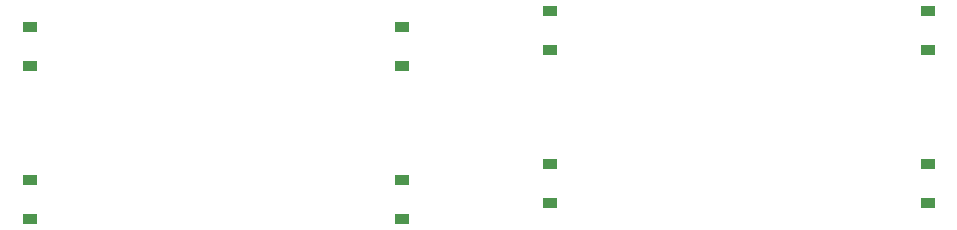
<source format=gbp>
%TF.GenerationSoftware,KiCad,Pcbnew,5.1.10-1.fc34*%
%TF.CreationDate,2021-06-27T19:23:10+03:00*%
%TF.ProjectId,poc,706f632e-6b69-4636-9164-5f7063625858,rev?*%
%TF.SameCoordinates,Original*%
%TF.FileFunction,Paste,Bot*%
%TF.FilePolarity,Positive*%
%FSLAX46Y46*%
G04 Gerber Fmt 4.6, Leading zero omitted, Abs format (unit mm)*
G04 Created by KiCad (PCBNEW 5.1.10-1.fc34) date 2021-06-27 19:23:10*
%MOMM*%
%LPD*%
G01*
G04 APERTURE LIST*
%ADD10R,1.200000X0.900000*%
G04 APERTURE END LIST*
D10*
X86000000Y-116700000D03*
X86000000Y-120000000D03*
X86000000Y-133000000D03*
X86000000Y-129700000D03*
X117500000Y-116700000D03*
X117500000Y-120000000D03*
X117500000Y-129700000D03*
X117500000Y-133000000D03*
X130000000Y-118650000D03*
X130000000Y-115350000D03*
X130000000Y-131650000D03*
X130000000Y-128350000D03*
X162000000Y-118650000D03*
X162000000Y-115350000D03*
X162000000Y-128350000D03*
X162000000Y-131650000D03*
M02*

</source>
